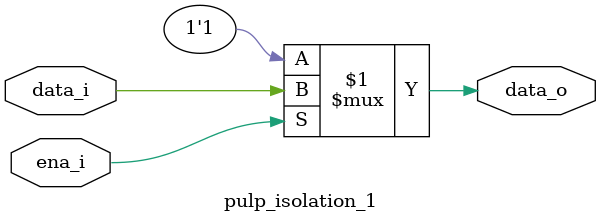
<source format=sv>


module pulp_level_shifter_in (
  input  logic in_i,
  output logic out_o
);

  assign out_o = in_i;

endmodule

module pulp_level_shifter_in_clamp (
  input  logic in_i,
  output logic out_o,
  input  logic clamp_i
);

  assign out_o = clamp_i ? 1'b0 : in_i;

endmodule

module pulp_level_shifter_inout (
  input  logic data_i,
  output logic data_o
);

  assign data_o = data_i;

endmodule

module pulp_level_shifter_out (
  input  logic in_i,
  output logic out_o
);

  assign out_o = in_i;

endmodule

module pulp_level_shifter_out_clamp (
  input  logic in_i,
  output logic out_o,
  input  logic clamp_i
);

  assign out_o = clamp_i ? 1'b0 : in_i;

endmodule

module pulp_power_gating (
  input  logic sleep_i,
  output logic sleepout_o
);

  assign sleepout_o = sleep_i;

endmodule

module pulp_isolation_0 (
  input  logic data_i,
  input  logic ena_i,
  output logic data_o
);

  assign data_o = ena_i ? data_i : 1'b0;

endmodule

module pulp_isolation_1 (
  input  logic data_i,
  input  logic ena_i,
  output logic data_o
);

  assign data_o = ena_i ? data_i : 1'b1;

endmodule

</source>
